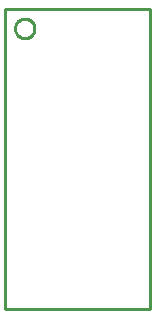
<source format=gbr>
G04 EAGLE Gerber RS-274X export*
G75*
%MOMM*%
%FSLAX34Y34*%
%LPD*%
%IN*%
%IPPOS*%
%AMOC8*
5,1,8,0,0,1.08239X$1,22.5*%
G01*
%ADD10C,0.254000*%


D10*
X-3810Y-5080D02*
X118620Y-5080D01*
X118620Y248820D01*
X-3810Y248820D01*
X-3810Y-5080D01*
X20955Y232004D02*
X20876Y231197D01*
X20717Y230402D01*
X20482Y229626D01*
X20171Y228876D01*
X19789Y228161D01*
X19338Y227487D01*
X18824Y226860D01*
X18250Y226286D01*
X17623Y225772D01*
X16949Y225321D01*
X16234Y224939D01*
X15484Y224628D01*
X14708Y224393D01*
X13913Y224235D01*
X13106Y224155D01*
X12294Y224155D01*
X11487Y224235D01*
X10692Y224393D01*
X9916Y224628D01*
X9166Y224939D01*
X8451Y225321D01*
X7777Y225772D01*
X7150Y226286D01*
X6576Y226860D01*
X6062Y227487D01*
X5611Y228161D01*
X5229Y228876D01*
X4918Y229626D01*
X4683Y230402D01*
X4525Y231197D01*
X4445Y232004D01*
X4445Y232816D01*
X4525Y233623D01*
X4683Y234418D01*
X4918Y235194D01*
X5229Y235944D01*
X5611Y236659D01*
X6062Y237333D01*
X6576Y237960D01*
X7150Y238534D01*
X7777Y239048D01*
X8451Y239499D01*
X9166Y239881D01*
X9916Y240192D01*
X10692Y240427D01*
X11487Y240586D01*
X12294Y240665D01*
X13106Y240665D01*
X13913Y240586D01*
X14708Y240427D01*
X15484Y240192D01*
X16234Y239881D01*
X16949Y239499D01*
X17623Y239048D01*
X18250Y238534D01*
X18824Y237960D01*
X19338Y237333D01*
X19789Y236659D01*
X20171Y235944D01*
X20482Y235194D01*
X20717Y234418D01*
X20876Y233623D01*
X20955Y232816D01*
X20955Y232004D01*
M02*

</source>
